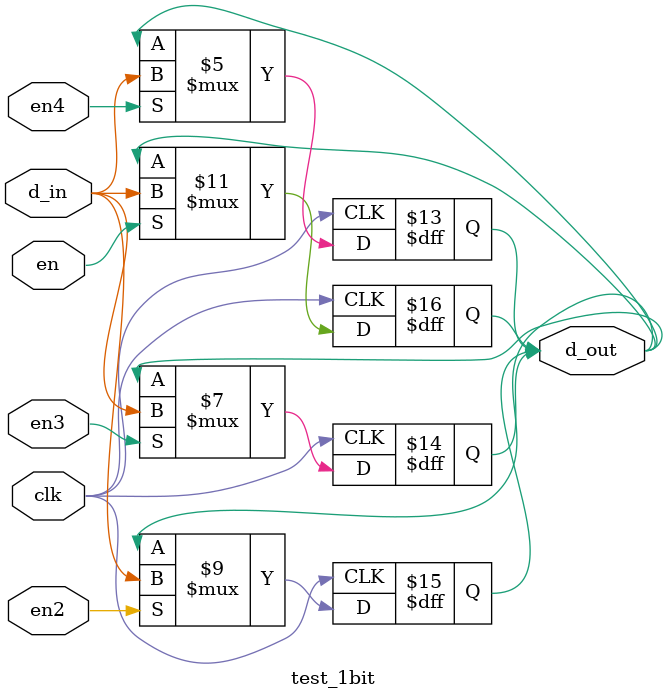
<source format=v>
`timescale 1ns / 1ps
module test_1bit(


input d_in, // Data input
input clk, // clock input
input en,
input en2,
input en3,
input en4,
output reg d_out // output Q


);

always @(posedge clk)
begin
if(en)
d_out<= d_in;

end

always@(posedge clk)
begin
if(en2)
d_out<= d_in;
end

always@(posedge clk)
begin
if(en3)
d_out<= d_in;
end

always@(posedge clk)
begin
if(en4)
d_out<= d_in;
end

endmodule


</source>
